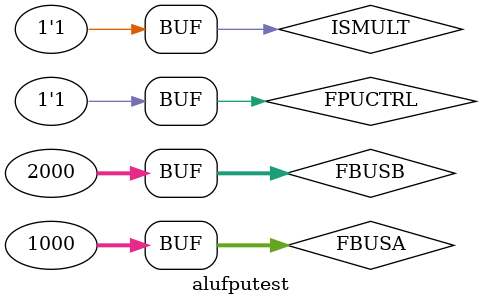
<source format=v>
module alufputest;
        reg [31:0] BUSA, BUSB, FBUSA, FBUSB;
	reg [3:0] ALUCTRL;
        reg FPUCTRL, ISMULT;
        wire [31:0] FPUOUT, ALUOUT;
	wire GP_BRANCH, FP_BRANCH;

        alufpu ALUFPU(.busA(BUSA), .busB(BUSB), .ALUctrl(ALUCTRL), .fbusA(FBUSA), .fbusB(FBUSB), .FPUctrl(FPUCTRL), .isMult(ISMULT), .ALUout(ALUOUT), .FPUout(FPUOUT), .gp_branch(GP_BRANCH), .fp_branch(FP_BRANCH));

       initial begin
        $monitor("FBUSA = %d FBUSB = %d FPUCTRL = %b FPUOUT = %d", FBUSA, FBUSB, FPUCTRL, FPUOUT);
//      #0 BUSA=2; BUSB=4; ALUCTRL=0;
//	#1 BUSA=$signed(-1); ALUCTRL=1;
//	#1 ALUCTRL=2;
//	#1 BUSA=28; ALUCTRL=3;
//	#1 BUSA=36; ALUCTRL=4;
//	#1 BUSA=32; BUSB=0; ALUCTRL=5;
//	#1 BUSB=36; ALUCTRL=6;
//	#1 BUSA=4; ALUCTRL=7;
//	#1 ALUCTRL=12;
//	#1 BUSA=40;
//	#1 BUSA=36;
//	#1 BUSB=40; ALUCTRL=13;
//	#1 BUSA=41;
//	#1 BUSA=40;
//	#1 BUSB=32; ALUCTRL=14;

	#0 FBUSA=2; FBUSB=8; FPUCTRL=0; ISMULT=1;
	#1 FBUSB=-8;
	#1 FPUCTRL=1;
	#1 FBUSA=35;
	#1 FBUSA=1000; FBUSB=2000;
        end
endmodule


</source>
